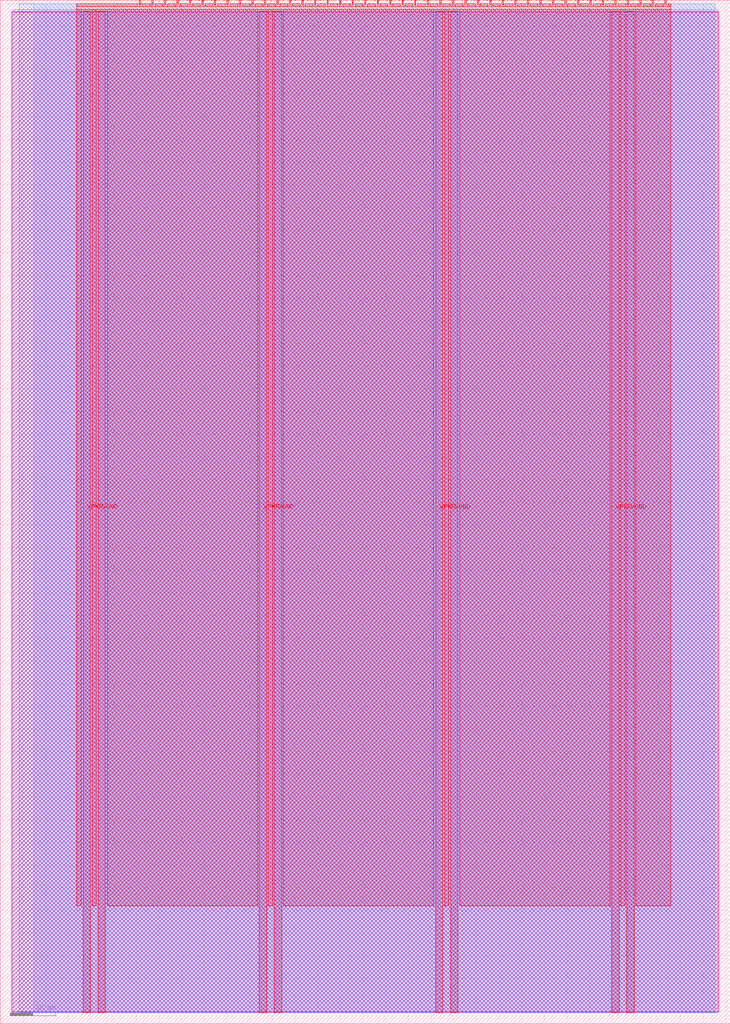
<source format=lef>
VERSION 5.7 ;
  NOWIREEXTENSIONATPIN ON ;
  DIVIDERCHAR "/" ;
  BUSBITCHARS "[]" ;
MACRO tt_um_thexeno_rgbw_controller
  CLASS BLOCK ;
  FOREIGN tt_um_thexeno_rgbw_controller ;
  ORIGIN 0.000 0.000 ;
  SIZE 161.000 BY 225.760 ;
  PIN VGND
    DIRECTION INOUT ;
    USE GROUND ;
    PORT
      LAYER met4 ;
        RECT 21.580 2.480 23.180 223.280 ;
    END
    PORT
      LAYER met4 ;
        RECT 60.450 2.480 62.050 223.280 ;
    END
    PORT
      LAYER met4 ;
        RECT 99.320 2.480 100.920 223.280 ;
    END
    PORT
      LAYER met4 ;
        RECT 138.190 2.480 139.790 223.280 ;
    END
  END VGND
  PIN VPWR
    DIRECTION INOUT ;
    USE POWER ;
    PORT
      LAYER met4 ;
        RECT 18.280 2.480 19.880 223.280 ;
    END
    PORT
      LAYER met4 ;
        RECT 57.150 2.480 58.750 223.280 ;
    END
    PORT
      LAYER met4 ;
        RECT 96.020 2.480 97.620 223.280 ;
    END
    PORT
      LAYER met4 ;
        RECT 134.890 2.480 136.490 223.280 ;
    END
  END VPWR
  PIN clk
    DIRECTION INPUT ;
    USE SIGNAL ;
    ANTENNAGATEAREA 0.852000 ;
    PORT
      LAYER met4 ;
        RECT 143.830 224.760 144.130 225.760 ;
    END
  END clk
  PIN ena
    DIRECTION INPUT ;
    USE SIGNAL ;
    PORT
      LAYER met4 ;
        RECT 146.590 224.760 146.890 225.760 ;
    END
  END ena
  PIN rst_n
    DIRECTION INPUT ;
    USE SIGNAL ;
    ANTENNAGATEAREA 0.196500 ;
    PORT
      LAYER met4 ;
        RECT 141.070 224.760 141.370 225.760 ;
    END
  END rst_n
  PIN ui_in[0]
    DIRECTION INPUT ;
    USE SIGNAL ;
    PORT
      LAYER met4 ;
        RECT 138.310 224.760 138.610 225.760 ;
    END
  END ui_in[0]
  PIN ui_in[1]
    DIRECTION INPUT ;
    USE SIGNAL ;
    PORT
      LAYER met4 ;
        RECT 135.550 224.760 135.850 225.760 ;
    END
  END ui_in[1]
  PIN ui_in[2]
    DIRECTION INPUT ;
    USE SIGNAL ;
    PORT
      LAYER met4 ;
        RECT 132.790 224.760 133.090 225.760 ;
    END
  END ui_in[2]
  PIN ui_in[3]
    DIRECTION INPUT ;
    USE SIGNAL ;
    ANTENNAGATEAREA 0.196500 ;
    PORT
      LAYER met4 ;
        RECT 130.030 224.760 130.330 225.760 ;
    END
  END ui_in[3]
  PIN ui_in[4]
    DIRECTION INPUT ;
    USE SIGNAL ;
    ANTENNAGATEAREA 0.196500 ;
    PORT
      LAYER met4 ;
        RECT 127.270 224.760 127.570 225.760 ;
    END
  END ui_in[4]
  PIN ui_in[5]
    DIRECTION INPUT ;
    USE SIGNAL ;
    ANTENNAGATEAREA 0.196500 ;
    PORT
      LAYER met4 ;
        RECT 124.510 224.760 124.810 225.760 ;
    END
  END ui_in[5]
  PIN ui_in[6]
    DIRECTION INPUT ;
    USE SIGNAL ;
    ANTENNAGATEAREA 0.196500 ;
    PORT
      LAYER met4 ;
        RECT 121.750 224.760 122.050 225.760 ;
    END
  END ui_in[6]
  PIN ui_in[7]
    DIRECTION INPUT ;
    USE SIGNAL ;
    PORT
      LAYER met4 ;
        RECT 118.990 224.760 119.290 225.760 ;
    END
  END ui_in[7]
  PIN uio_in[0]
    DIRECTION INPUT ;
    USE SIGNAL ;
    PORT
      LAYER met4 ;
        RECT 116.230 224.760 116.530 225.760 ;
    END
  END uio_in[0]
  PIN uio_in[1]
    DIRECTION INPUT ;
    USE SIGNAL ;
    PORT
      LAYER met4 ;
        RECT 113.470 224.760 113.770 225.760 ;
    END
  END uio_in[1]
  PIN uio_in[2]
    DIRECTION INPUT ;
    USE SIGNAL ;
    PORT
      LAYER met4 ;
        RECT 110.710 224.760 111.010 225.760 ;
    END
  END uio_in[2]
  PIN uio_in[3]
    DIRECTION INPUT ;
    USE SIGNAL ;
    PORT
      LAYER met4 ;
        RECT 107.950 224.760 108.250 225.760 ;
    END
  END uio_in[3]
  PIN uio_in[4]
    DIRECTION INPUT ;
    USE SIGNAL ;
    PORT
      LAYER met4 ;
        RECT 105.190 224.760 105.490 225.760 ;
    END
  END uio_in[4]
  PIN uio_in[5]
    DIRECTION INPUT ;
    USE SIGNAL ;
    PORT
      LAYER met4 ;
        RECT 102.430 224.760 102.730 225.760 ;
    END
  END uio_in[5]
  PIN uio_in[6]
    DIRECTION INPUT ;
    USE SIGNAL ;
    PORT
      LAYER met4 ;
        RECT 99.670 224.760 99.970 225.760 ;
    END
  END uio_in[6]
  PIN uio_in[7]
    DIRECTION INPUT ;
    USE SIGNAL ;
    PORT
      LAYER met4 ;
        RECT 96.910 224.760 97.210 225.760 ;
    END
  END uio_in[7]
  PIN uio_oe[0]
    DIRECTION OUTPUT ;
    USE SIGNAL ;
    PORT
      LAYER met4 ;
        RECT 49.990 224.760 50.290 225.760 ;
    END
  END uio_oe[0]
  PIN uio_oe[1]
    DIRECTION OUTPUT ;
    USE SIGNAL ;
    PORT
      LAYER met4 ;
        RECT 47.230 224.760 47.530 225.760 ;
    END
  END uio_oe[1]
  PIN uio_oe[2]
    DIRECTION OUTPUT ;
    USE SIGNAL ;
    PORT
      LAYER met4 ;
        RECT 44.470 224.760 44.770 225.760 ;
    END
  END uio_oe[2]
  PIN uio_oe[3]
    DIRECTION OUTPUT ;
    USE SIGNAL ;
    PORT
      LAYER met4 ;
        RECT 41.710 224.760 42.010 225.760 ;
    END
  END uio_oe[3]
  PIN uio_oe[4]
    DIRECTION OUTPUT ;
    USE SIGNAL ;
    PORT
      LAYER met4 ;
        RECT 38.950 224.760 39.250 225.760 ;
    END
  END uio_oe[4]
  PIN uio_oe[5]
    DIRECTION OUTPUT ;
    USE SIGNAL ;
    PORT
      LAYER met4 ;
        RECT 36.190 224.760 36.490 225.760 ;
    END
  END uio_oe[5]
  PIN uio_oe[6]
    DIRECTION OUTPUT ;
    USE SIGNAL ;
    PORT
      LAYER met4 ;
        RECT 33.430 224.760 33.730 225.760 ;
    END
  END uio_oe[6]
  PIN uio_oe[7]
    DIRECTION OUTPUT ;
    USE SIGNAL ;
    PORT
      LAYER met4 ;
        RECT 30.670 224.760 30.970 225.760 ;
    END
  END uio_oe[7]
  PIN uio_out[0]
    DIRECTION OUTPUT ;
    USE SIGNAL ;
    ANTENNAGATEAREA 0.247500 ;
    ANTENNADIFFAREA 0.445500 ;
    PORT
      LAYER met4 ;
        RECT 72.070 224.760 72.370 225.760 ;
    END
  END uio_out[0]
  PIN uio_out[1]
    DIRECTION OUTPUT ;
    USE SIGNAL ;
    ANTENNAGATEAREA 0.247500 ;
    ANTENNADIFFAREA 0.445500 ;
    PORT
      LAYER met4 ;
        RECT 69.310 224.760 69.610 225.760 ;
    END
  END uio_out[1]
  PIN uio_out[2]
    DIRECTION OUTPUT ;
    USE SIGNAL ;
    ANTENNAGATEAREA 0.247500 ;
    ANTENNADIFFAREA 0.445500 ;
    PORT
      LAYER met4 ;
        RECT 66.550 224.760 66.850 225.760 ;
    END
  END uio_out[2]
  PIN uio_out[3]
    DIRECTION OUTPUT ;
    USE SIGNAL ;
    ANTENNAGATEAREA 0.247500 ;
    ANTENNADIFFAREA 0.445500 ;
    PORT
      LAYER met4 ;
        RECT 63.790 224.760 64.090 225.760 ;
    END
  END uio_out[3]
  PIN uio_out[4]
    DIRECTION OUTPUT ;
    USE SIGNAL ;
    ANTENNAGATEAREA 0.247500 ;
    ANTENNADIFFAREA 0.891000 ;
    PORT
      LAYER met4 ;
        RECT 61.030 224.760 61.330 225.760 ;
    END
  END uio_out[4]
  PIN uio_out[5]
    DIRECTION OUTPUT ;
    USE SIGNAL ;
    ANTENNAGATEAREA 0.247500 ;
    ANTENNADIFFAREA 0.891000 ;
    PORT
      LAYER met4 ;
        RECT 58.270 224.760 58.570 225.760 ;
    END
  END uio_out[5]
  PIN uio_out[6]
    DIRECTION OUTPUT ;
    USE SIGNAL ;
    ANTENNAGATEAREA 0.247500 ;
    ANTENNADIFFAREA 0.445500 ;
    PORT
      LAYER met4 ;
        RECT 55.510 224.760 55.810 225.760 ;
    END
  END uio_out[6]
  PIN uio_out[7]
    DIRECTION OUTPUT ;
    USE SIGNAL ;
    ANTENNAGATEAREA 0.247500 ;
    ANTENNADIFFAREA 0.445500 ;
    PORT
      LAYER met4 ;
        RECT 52.750 224.760 53.050 225.760 ;
    END
  END uio_out[7]
  PIN uo_out[0]
    DIRECTION OUTPUT ;
    USE SIGNAL ;
    ANTENNADIFFAREA 0.445500 ;
    PORT
      LAYER met4 ;
        RECT 94.150 224.760 94.450 225.760 ;
    END
  END uo_out[0]
  PIN uo_out[1]
    DIRECTION OUTPUT ;
    USE SIGNAL ;
    ANTENNADIFFAREA 0.445500 ;
    PORT
      LAYER met4 ;
        RECT 91.390 224.760 91.690 225.760 ;
    END
  END uo_out[1]
  PIN uo_out[2]
    DIRECTION OUTPUT ;
    USE SIGNAL ;
    ANTENNADIFFAREA 0.445500 ;
    PORT
      LAYER met4 ;
        RECT 88.630 224.760 88.930 225.760 ;
    END
  END uo_out[2]
  PIN uo_out[3]
    DIRECTION OUTPUT ;
    USE SIGNAL ;
    ANTENNADIFFAREA 0.445500 ;
    PORT
      LAYER met4 ;
        RECT 85.870 224.760 86.170 225.760 ;
    END
  END uo_out[3]
  PIN uo_out[4]
    DIRECTION OUTPUT ;
    USE SIGNAL ;
    PORT
      LAYER met4 ;
        RECT 83.110 224.760 83.410 225.760 ;
    END
  END uo_out[4]
  PIN uo_out[5]
    DIRECTION OUTPUT ;
    USE SIGNAL ;
    PORT
      LAYER met4 ;
        RECT 80.350 224.760 80.650 225.760 ;
    END
  END uo_out[5]
  PIN uo_out[6]
    DIRECTION OUTPUT ;
    USE SIGNAL ;
    PORT
      LAYER met4 ;
        RECT 77.590 224.760 77.890 225.760 ;
    END
  END uo_out[6]
  PIN uo_out[7]
    DIRECTION OUTPUT ;
    USE SIGNAL ;
    PORT
      LAYER met4 ;
        RECT 74.830 224.760 75.130 225.760 ;
    END
  END uo_out[7]
  OBS
      LAYER nwell ;
        RECT 2.570 2.635 158.430 223.230 ;
      LAYER li1 ;
        RECT 2.760 2.635 158.240 223.125 ;
      LAYER met1 ;
        RECT 2.760 2.480 158.240 223.680 ;
      LAYER met2 ;
        RECT 4.240 2.535 157.690 224.925 ;
      LAYER met3 ;
        RECT 7.425 2.555 157.715 224.905 ;
      LAYER met4 ;
        RECT 16.855 224.360 30.270 224.905 ;
        RECT 31.370 224.360 33.030 224.905 ;
        RECT 34.130 224.360 35.790 224.905 ;
        RECT 36.890 224.360 38.550 224.905 ;
        RECT 39.650 224.360 41.310 224.905 ;
        RECT 42.410 224.360 44.070 224.905 ;
        RECT 45.170 224.360 46.830 224.905 ;
        RECT 47.930 224.360 49.590 224.905 ;
        RECT 50.690 224.360 52.350 224.905 ;
        RECT 53.450 224.360 55.110 224.905 ;
        RECT 56.210 224.360 57.870 224.905 ;
        RECT 58.970 224.360 60.630 224.905 ;
        RECT 61.730 224.360 63.390 224.905 ;
        RECT 64.490 224.360 66.150 224.905 ;
        RECT 67.250 224.360 68.910 224.905 ;
        RECT 70.010 224.360 71.670 224.905 ;
        RECT 72.770 224.360 74.430 224.905 ;
        RECT 75.530 224.360 77.190 224.905 ;
        RECT 78.290 224.360 79.950 224.905 ;
        RECT 81.050 224.360 82.710 224.905 ;
        RECT 83.810 224.360 85.470 224.905 ;
        RECT 86.570 224.360 88.230 224.905 ;
        RECT 89.330 224.360 90.990 224.905 ;
        RECT 92.090 224.360 93.750 224.905 ;
        RECT 94.850 224.360 96.510 224.905 ;
        RECT 97.610 224.360 99.270 224.905 ;
        RECT 100.370 224.360 102.030 224.905 ;
        RECT 103.130 224.360 104.790 224.905 ;
        RECT 105.890 224.360 107.550 224.905 ;
        RECT 108.650 224.360 110.310 224.905 ;
        RECT 111.410 224.360 113.070 224.905 ;
        RECT 114.170 224.360 115.830 224.905 ;
        RECT 116.930 224.360 118.590 224.905 ;
        RECT 119.690 224.360 121.350 224.905 ;
        RECT 122.450 224.360 124.110 224.905 ;
        RECT 125.210 224.360 126.870 224.905 ;
        RECT 127.970 224.360 129.630 224.905 ;
        RECT 130.730 224.360 132.390 224.905 ;
        RECT 133.490 224.360 135.150 224.905 ;
        RECT 136.250 224.360 137.910 224.905 ;
        RECT 139.010 224.360 140.670 224.905 ;
        RECT 141.770 224.360 143.430 224.905 ;
        RECT 144.530 224.360 146.190 224.905 ;
        RECT 147.290 224.360 147.825 224.905 ;
        RECT 16.855 223.680 147.825 224.360 ;
        RECT 16.855 26.015 17.880 223.680 ;
        RECT 20.280 26.015 21.180 223.680 ;
        RECT 23.580 26.015 56.750 223.680 ;
        RECT 59.150 26.015 60.050 223.680 ;
        RECT 62.450 26.015 95.620 223.680 ;
        RECT 98.020 26.015 98.920 223.680 ;
        RECT 101.320 26.015 134.490 223.680 ;
        RECT 136.890 26.015 137.790 223.680 ;
        RECT 140.190 26.015 147.825 223.680 ;
  END
END tt_um_thexeno_rgbw_controller
END LIBRARY


</source>
